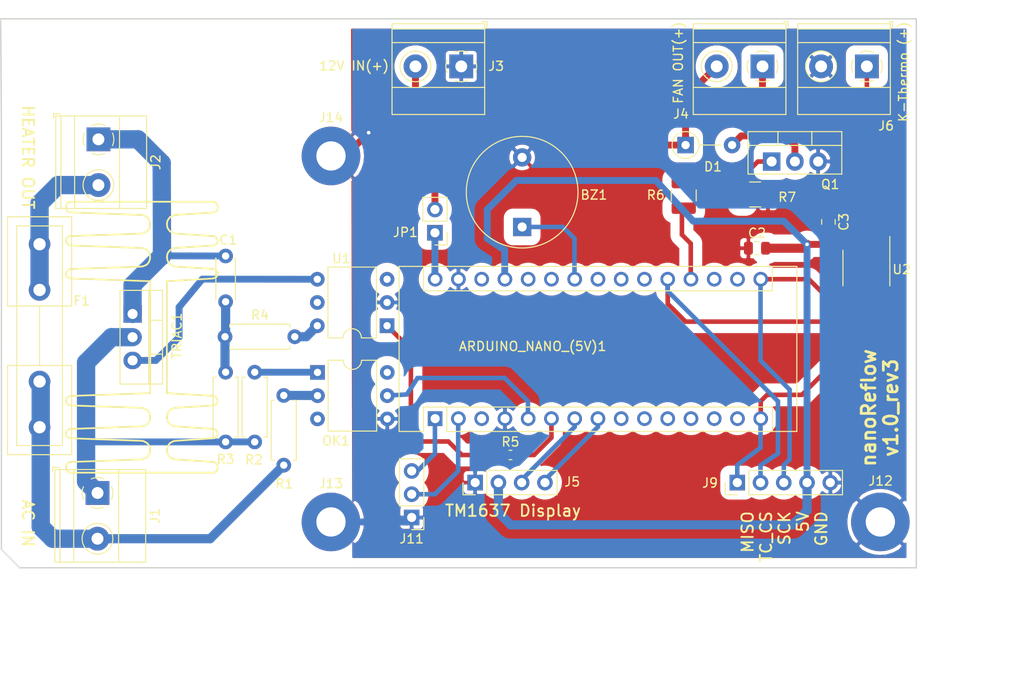
<source format=kicad_pcb>
(kicad_pcb (version 20171130) (host pcbnew "(5.1.8-0-10_14)")
  (title_block (title "Nano Reflow Controller") (date 2017-07-09) (rev 1.0) (company "David Sanz Kirbis"))
  (layers (0 F.Cu signal) (31 B.Cu signal) (34 B.Paste user) (35 F.Paste user) (36 B.SilkS user) (37 F.SilkS user) (38 B.Mask user) (39 F.Mask user) (44 Edge.Cuts user))
  (net 0 "")
  (net 1 GND)
  (net 2 /ZEROX)
  (net 3 /MISO)
  (net 4 5V)
  (net 5 12v)
  (net 6 /TC_CS)
  (net 7 /SCK)
  (net 8 /FAN_CTRL)
  (net 9 /FAN_GND)
  (net 10 /VIN)
  (net 11 /MOC_AC2)
  (net 12 /MOC_AC1)
  (net 13 /DIMM_CTRL)
  (net 14 /AC_CAP)
  (net 15 /OC1)
  (net 16 /OC2)
  (net 17 "Net-(R5-Pad1)")
  (net 18 /BUZZER)
  (net 19 AC1_OUT)
  (net 20 AC1_IN)
  (net 21 "Net-(Q1-Pad1)")
  (net 22 AC2_IN)
  (net 23 AC2_OUT)
  (net 24 "Net-(ARDUINO_NANO_(5V)1-Pad2)")
  (net 25 "Net-(ARDUINO_NANO_(5V)1-Pad1)")
  (net 26 /SEGMENT_CLK)
  (net 27 /SEGMENT_DIO)
  (net 28 "Net-(J6-Pad1)")
  (module Package_SO:SO-8_3.9x4.9mm_P1.27mm (layer F.Cu) (at 194.96882 85.23926 270)
    (fp_text reference U2 (at 0.16 -3.85 180) (layer F.SilkS))
    (fp_text value MAX6675)
    (pad 8 smd roundrect (at 2.575 -1.905 270) (size 1.75 0.6) (layers F.Cu F.Paste F.Mask))
    (pad 7 smd roundrect (at 2.575 -0.635 270) (size 1.75 0.6) (layers F.Cu F.Paste F.Mask) (net 3 /MISO))
    (pad 6 smd roundrect (at 2.575 0.635 270) (size 1.75 0.6) (layers F.Cu F.Paste F.Mask) (net 6 /TC_CS))
    (pad 5 smd roundrect (at 2.575 1.905 270) (size 1.75 0.6) (layers F.Cu F.Paste F.Mask) (net 7 /SCK))
    (pad 4 smd roundrect (at -2.575 1.905 270) (size 1.75 0.6) (layers F.Cu F.Paste F.Mask) (net 4 5V))
    (pad 3 smd roundrect (at -2.575 0.635 270) (size 1.75 0.6) (layers F.Cu F.Paste F.Mask) (net 28 "Net-(J6-Pad1)"))
    (pad 2 smd roundrect (at -2.575 -0.635 270) (size 1.75 0.6) (layers F.Cu F.Paste F.Mask) (net 1 GND))
    (pad 1 smd roundrect (at -2.575 -1.905 270) (size 1.75 0.6) (layers F.Cu F.Paste F.Mask) (net 1 GND))
  )
  (module TerminalBlock_Phoenix:TerminalBlock_Phoenix_MKDS-1,5-2_1x02_P5.00mm_Horizontal (layer F.Cu) (at 195.01882 63.19926 180)
    (fp_text reference J6 (at -2.1 -6.5) (layer F.SilkS))
    (fp_text value K-thermocouple)
    (pad 2 thru_hole circle (at 5 0 180) (size 2.6 2.6) (drill 1.3) (layers *.Cu *.Mask) (net 1 GND))
    (pad 1 thru_hole rect (at 0 0 180) (size 2.6 2.6) (drill 1.3) (layers *.Cu *.Mask) (net 28 "Net-(J6-Pad1)"))
  )
  (module Capacitor_SMD:C_0805_2012Metric (layer F.Cu) (at 190.81882 80.19926 270)
    (fp_text reference C3 (at 0 -1.68 90) (layer F.SilkS))
    (fp_text value 100n)
    (pad 2 smd roundrect (at 0.95 0 270) (size 1 1.45) (layers F.Cu F.Paste F.Mask) (net 4 5V))
    (pad 1 smd roundrect (at -0.95 0 270) (size 1 1.45) (layers F.Cu F.Paste F.Mask) (net 1 GND))
  )
  (module Connector_PinHeader_2.54mm:PinHeader_1x04_P2.54mm_Vertical (layer F.Cu) (at 152.23882 108.69 90)
    (fp_text reference J5 (at 0.08074 10.6 180) (layer F.SilkS))
    (fp_text value CONN_01X04)
    (pad 4 thru_hole oval (at 0 7.62 90) (size 1.7 1.7) (drill 1) (layers *.Cu *.Mask) (net 26 /SEGMENT_CLK))
    (pad 3 thru_hole oval (at 0 5.08 90) (size 1.7 1.7) (drill 1) (layers *.Cu *.Mask) (net 27 /SEGMENT_DIO))
    (pad 2 thru_hole oval (at 0 2.54 90) (size 1.7 1.7) (drill 1) (layers *.Cu *.Mask) (net 4 5V))
    (pad 1 thru_hole rect (at 0 0 90) (size 1.7 1.7) (drill 1) (layers *.Cu *.Mask) (net 1 GND))
  )
  (module local_libraries:TO_220_heatsink (layer F.Cu) (at 116.72882 92.79926 90)
    (fp_text reference KK1 hide)
    (fp_text value "TRIAC HEATSINK" hide)
  )
  (module TerminalBlock_Phoenix:TerminalBlock_Phoenix_MKDS-1,5-2_1x02_P5.00mm_Horizontal (layer F.Cu) (at 183.61882 63.19926 180)
    (fp_text reference J4 (at 8.9 -5.2) (layer F.SilkS))
    (fp_text value "12V FAN")
    (pad 2 thru_hole circle (at 5 0 180) (size 2.6 2.6) (drill 1.3) (layers *.Cu *.Mask) (net 5 12v))
    (pad 1 thru_hole rect (at 0 0 180) (size 2.6 2.6) (drill 1.3) (layers *.Cu *.Mask) (net 9 /FAN_GND))
  )
  (module Module:Arduino_Nano (layer F.Cu) (at 147.86882 101.69926 90)
    (fp_text reference "ARDUINO_NANO_(5V)1" (at 7.9 10.65 180) (layer F.SilkS))
    (fp_text value arduino_nano_header)
    (pad 16 thru_hole oval (at 15.24 35.56 90) (size 1.6 1.6) (drill 1) (layers *.Cu *.Mask) (net 7 /SCK))
    (pad 15 thru_hole oval (at 0 35.56 90) (size 1.6 1.6) (drill 1) (layers *.Cu *.Mask) (net 3 /MISO))
    (pad 30 thru_hole oval (at 15.24 0 90) (size 1.6 1.6) (drill 1) (layers *.Cu *.Mask) (net 10 /VIN))
    (pad 14 thru_hole oval (at 0 33.02 90) (size 1.6 1.6) (drill 1) (layers *.Cu *.Mask))
    (pad 29 thru_hole oval (at 15.24 2.54 90) (size 1.6 1.6) (drill 1) (layers *.Cu *.Mask) (net 1 GND))
    (pad 13 thru_hole oval (at 0 30.48 90) (size 1.6 1.6) (drill 1) (layers *.Cu *.Mask))
    (pad 28 thru_hole oval (at 15.24 5.08 90) (size 1.6 1.6) (drill 1) (layers *.Cu *.Mask))
    (pad 12 thru_hole oval (at 0 27.94 90) (size 1.6 1.6) (drill 1) (layers *.Cu *.Mask))
    (pad 27 thru_hole oval (at 15.24 7.62 90) (size 1.6 1.6) (drill 1) (layers *.Cu *.Mask) (net 4 5V))
    (pad 11 thru_hole oval (at 0 25.4 90) (size 1.6 1.6) (drill 1) (layers *.Cu *.Mask))
    (pad 26 thru_hole oval (at 15.24 10.16 90) (size 1.6 1.6) (drill 1) (layers *.Cu *.Mask))
    (pad 10 thru_hole oval (at 0 22.86 90) (size 1.6 1.6) (drill 1) (layers *.Cu *.Mask))
    (pad 25 thru_hole oval (at 15.24 12.7 90) (size 1.6 1.6) (drill 1) (layers *.Cu *.Mask))
    (pad 9 thru_hole oval (at 0 20.32 90) (size 1.6 1.6) (drill 1) (layers *.Cu *.Mask))
    (pad 24 thru_hole oval (at 15.24 15.24 90) (size 1.6 1.6) (drill 1) (layers *.Cu *.Mask) (net 18 /BUZZER))
    (pad 8 thru_hole oval (at 0 17.78 90) (size 1.6 1.6) (drill 1) (layers *.Cu *.Mask) (net 26 /SEGMENT_CLK))
    (pad 23 thru_hole oval (at 15.24 17.78 90) (size 1.6 1.6) (drill 1) (layers *.Cu *.Mask))
    (pad 7 thru_hole oval (at 0 15.24 90) (size 1.6 1.6) (drill 1) (layers *.Cu *.Mask) (net 27 /SEGMENT_DIO))
    (pad 22 thru_hole oval (at 15.24 20.32 90) (size 1.6 1.6) (drill 1) (layers *.Cu *.Mask))
    (pad 6 thru_hole oval (at 0 12.7 90) (size 1.6 1.6) (drill 1) (layers *.Cu *.Mask) (net 13 /DIMM_CTRL))
    (pad 21 thru_hole oval (at 15.24 22.86 90) (size 1.6 1.6) (drill 1) (layers *.Cu *.Mask))
    (pad 5 thru_hole oval (at 0 10.16 90) (size 1.6 1.6) (drill 1) (layers *.Cu *.Mask) (net 2 /ZEROX))
    (pad 20 thru_hole oval (at 15.24 25.4 90) (size 1.6 1.6) (drill 1) (layers *.Cu *.Mask) (net 6 /TC_CS))
    (pad 4 thru_hole oval (at 0 7.62 90) (size 1.6 1.6) (drill 1) (layers *.Cu *.Mask) (net 1 GND))
    (pad 19 thru_hole oval (at 15.24 27.94 90) (size 1.6 1.6) (drill 1) (layers *.Cu *.Mask) (net 8 /FAN_CTRL))
    (pad 3 thru_hole oval (at 0 5.08 90) (size 1.6 1.6) (drill 1) (layers *.Cu *.Mask))
    (pad 18 thru_hole oval (at 15.24 30.48 90) (size 1.6 1.6) (drill 1) (layers *.Cu *.Mask))
    (pad 2 thru_hole oval (at 0 2.54 90) (size 1.6 1.6) (drill 1) (layers *.Cu *.Mask) (net 24 "Net-(ARDUINO_NANO_(5V)1-Pad2)"))
    (pad 17 thru_hole oval (at 15.24 33.02 90) (size 1.6 1.6) (drill 1) (layers *.Cu *.Mask))
    (pad 1 thru_hole rect (at 0 0 90) (size 1.6 1.6) (drill 1) (layers *.Cu *.Mask) (net 25 "Net-(ARDUINO_NANO_(5V)1-Pad1)"))
  )
  (module Diode_THT:D_A-405_P5.08mm_Vertical_AnodeUp (layer F.Cu) (at 175.21882 71.79926)
    (fp_text reference D1 (at 2.99 2.37) (layer F.SilkS))
    (fp_text value 1N4007)
    (pad 2 thru_hole oval (at 5.08 0) (size 1.8 1.8) (drill 0.9) (layers *.Cu *.Mask) (net 9 /FAN_GND))
    (pad 1 thru_hole rect (at 0 0) (size 1.8 1.8) (drill 0.9) (layers *.Cu *.Mask) (net 5 12v))
  )
  (module Capacitor_THT:C_Disc_D4.3mm_W1.9mm_P5.00mm (layer F.Cu) (at 124.985 83.925 270)
    (fp_text reference C1 (at -1.75574 -0.28382 180) (layer F.SilkS))
    (fp_text value 10n)
    (pad 2 thru_hole circle (at 5 0 270) (size 1.6 1.6) (drill 0.8) (layers *.Cu *.Mask) (net 14 /AC_CAP))
    (pad 1 thru_hole circle (at 0 0 270) (size 1.6 1.6) (drill 0.8) (layers *.Cu *.Mask) (net 19 AC1_OUT))
  )
  (module Resistor_THT:R_Axial_DIN0207_L6.3mm_D2.5mm_P7.62mm_Horizontal (layer F.Cu) (at 124.91882 92.74926)
    (fp_text reference R4 (at 3.81 -2.37) (layer F.SilkS))
    (fp_text value 180R)
    (pad 2 thru_hole oval (at 7.62 0) (size 1.6 1.6) (drill 0.8) (layers *.Cu *.Mask) (net 12 /MOC_AC1))
    (pad 1 thru_hole circle (at 0 0) (size 1.6 1.6) (drill 0.8) (layers *.Cu *.Mask) (net 14 /AC_CAP))
  )
  (module Resistor_THT:R_Axial_DIN0207_L6.3mm_D2.5mm_P7.62mm_Horizontal (layer F.Cu) (at 124.985 96.625 270)
    (fp_text reference R3 (at 9.52426 0.00618 180) (layer F.SilkS))
    (fp_text value 2.4k)
    (pad 2 thru_hole oval (at 7.62 0 270) (size 1.6 1.6) (drill 0.8) (layers *.Cu *.Mask) (net 20 AC1_IN))
    (pad 1 thru_hole circle (at 0 0 270) (size 1.6 1.6) (drill 0.8) (layers *.Cu *.Mask) (net 14 /AC_CAP))
  )
  (module Package_DIP:DIP-6_W7.62mm (layer F.Cu) (at 142.61882 91.545 180)
    (fp_text reference U1 (at 4.99618 7.34574) (layer F.SilkS))
    (fp_text value MOC3020M)
    (pad 6 thru_hole oval (at 7.62 0 180) (size 1.6 1.6) (drill 0.8) (layers *.Cu *.Mask) (net 12 /MOC_AC1))
    (pad 3 thru_hole oval (at 0 5.08 180) (size 1.6 1.6) (drill 0.8) (layers *.Cu *.Mask))
    (pad 5 thru_hole oval (at 7.62 2.54 180) (size 1.6 1.6) (drill 0.8) (layers *.Cu *.Mask))
    (pad 2 thru_hole oval (at 0 2.54 180) (size 1.6 1.6) (drill 0.8) (layers *.Cu *.Mask) (net 1 GND))
    (pad 4 thru_hole oval (at 7.62 5.08 180) (size 1.6 1.6) (drill 0.8) (layers *.Cu *.Mask) (net 11 /MOC_AC2))
    (pad 1 thru_hole rect (at 0 0 180) (size 1.6 1.6) (drill 0.8) (layers *.Cu *.Mask) (net 17 "Net-(R5-Pad1)"))
  )
  (module Package_DIP:DIP-6_W7.62mm (layer F.Cu) (at 135.01882 96.64926)
    (fp_text reference OK1 (at 2.02382 7.47426) (layer F.SilkS))
    (fp_text value H11AA1)
    (pad 6 thru_hole oval (at 7.62 0) (size 1.6 1.6) (drill 0.8) (layers *.Cu *.Mask))
    (pad 3 thru_hole oval (at 0 5.08) (size 1.6 1.6) (drill 0.8) (layers *.Cu *.Mask))
    (pad 5 thru_hole oval (at 7.62 2.54) (size 1.6 1.6) (drill 0.8) (layers *.Cu *.Mask) (net 2 /ZEROX))
    (pad 2 thru_hole oval (at 0 2.54) (size 1.6 1.6) (drill 0.8) (layers *.Cu *.Mask) (net 16 /OC2))
    (pad 4 thru_hole oval (at 7.62 5.08) (size 1.6 1.6) (drill 0.8) (layers *.Cu *.Mask) (net 1 GND))
    (pad 1 thru_hole rect (at 0 0) (size 1.6 1.6) (drill 0.8) (layers *.Cu *.Mask) (net 15 /OC1))
  )
  (module Package_TO_SOT_THT:TO-220-3_Vertical (layer F.Cu) (at 114.82382 90.25926 270)
    (fp_text reference TRIAC1 (at 2.39 -4.845 90) (layer F.SilkS))
    (fp_text value BT137)
    (pad 3 thru_hole oval (at 5.08 0 270) (size 1.905 2) (drill 1.1) (layers *.Cu *.Mask) (net 11 /MOC_AC2))
    (pad 2 thru_hole oval (at 2.54 0 270) (size 1.905 2) (drill 1.1) (layers *.Cu *.Mask) (net 20 AC1_IN))
    (pad 1 thru_hole rect (at 0 0 270) (size 1.905 2) (drill 1.1) (layers *.Cu *.Mask) (net 19 AC1_OUT))
  )
  (module Resistor_SMD:R_0603_1608Metric (layer F.Cu) (at 156.09382 105.67426)
    (fp_text reference R5 (at 0 -1.43) (layer F.SilkS))
    (fp_text value 1k)
    (pad 2 smd roundrect (at 0.7875 0) (size 0.875 0.95) (layers F.Cu F.Paste F.Mask) (net 13 /DIMM_CTRL))
    (pad 1 smd roundrect (at -0.7875 0) (size 0.875 0.95) (layers F.Cu F.Paste F.Mask) (net 17 "Net-(R5-Pad1)"))
  )
  (module MountingHole:MountingHole_3.2mm_M3_Pad (layer F.Cu) (at 136.49314 72.99098)
    (fp_text reference J14 (at 0 -4.2) (layer F.SilkS))
    (fp_text value MOUNTING_HOLE)
    (pad 1 thru_hole circle (at 0 0) (size 6.4 6.4) (drill 3.2) (layers *.Cu *.Mask) (net 1 GND))
  )
  (module MountingHole:MountingHole_3.2mm_M3_Pad (layer F.Cu) (at 136.49314 112.99098)
    (fp_text reference J13 (at 0 -4.2) (layer F.SilkS))
    (fp_text value MOUNTING_HOLE)
    (pad 1 thru_hole circle (at 0 0) (size 6.4 6.4) (drill 3.2) (layers *.Cu *.Mask) (net 1 GND))
  )
  (module MountingHole:MountingHole_3.2mm_M3_Pad (layer F.Cu) (at 196.49314 112.99098)
    (fp_text reference J12 (at 0.02568 -4.48172) (layer F.SilkS))
    (fp_text value MOUNTING_HOLE)
    (pad 1 thru_hole circle (at 0 0) (size 6.4 6.4) (drill 3.2) (layers *.Cu *.Mask) (net 1 GND))
  )
  (module Package_TO_SOT_THT:TO-220-3_Vertical (layer F.Cu) (at 184.61882 73.59926)
    (fp_text reference Q1 (at 6.4 2.5) (layer F.SilkS))
    (fp_text value IRF540N)
    (pad 3 thru_hole oval (at 5.08 0) (size 1.905 2) (drill 1.1) (layers *.Cu *.Mask) (net 1 GND))
    (pad 2 thru_hole oval (at 2.54 0) (size 1.905 2) (drill 1.1) (layers *.Cu *.Mask) (net 9 /FAN_GND))
    (pad 1 thru_hole rect (at 0 0) (size 1.905 2) (drill 1.1) (layers *.Cu *.Mask) (net 21 "Net-(Q1-Pad1)"))
  )
  (module Resistor_THT:R_Axial_DIN0207_L6.3mm_D2.5mm_P7.62mm_Horizontal (layer F.Cu) (at 128.16 104.245 90)
    (fp_text reference R2 (at -1.94426 -0.07118 180) (layer F.SilkS))
    (fp_text value "47k 0.6w")
    (pad 2 thru_hole oval (at 7.62 0 90) (size 1.6 1.6) (drill 0.8) (layers *.Cu *.Mask) (net 15 /OC1))
    (pad 1 thru_hole circle (at 0 0 90) (size 1.6 1.6) (drill 0.8) (layers *.Cu *.Mask) (net 20 AC1_IN))
  )
  (module Resistor_THT:R_Axial_DIN0207_L6.3mm_D2.5mm_P7.62mm_Horizontal (layer F.Cu) (at 131.335 106.785 90)
    (fp_text reference R1 (at -2.03426 0.05382 180) (layer F.SilkS))
    (fp_text value "47k 0.6w")
    (pad 2 thru_hole oval (at 7.62 0 90) (size 1.6 1.6) (drill 0.8) (layers *.Cu *.Mask) (net 16 /OC2))
    (pad 1 thru_hole circle (at 0 0 90) (size 1.6 1.6) (drill 0.8) (layers *.Cu *.Mask) (net 22 AC2_IN))
  )
  (module Buzzer_Beeper:Buzzer_12x9.5RM7.6 (layer F.Cu) (at 157.37 80.75 90)
    (fp_text reference BZ1 (at 3.50074 7.83882 180) (layer F.SilkS))
    (fp_text value "Buzzer with generator")
    (pad 2 thru_hole circle (at 7.6 0 90) (size 2 2) (drill 1) (layers *.Cu *.Mask) (net 1 GND))
    (pad 1 thru_hole rect (at 0 0 90) (size 2 2) (drill 1) (layers *.Cu *.Mask) (net 18 /BUZZER))
  )
  (module Capacitor_SMD:C_0805_2012Metric (layer F.Cu) (at 183.01882 83.07426)
    (fp_text reference C2 (at 0 -1.65) (layer F.SilkS))
    (fp_text value 100n)
    (pad 2 smd roundrect (at 0.9375 0) (size 0.975 1.4) (layers F.Cu F.Paste F.Mask) (net 4 5V))
    (pad 1 smd roundrect (at -0.9375 0) (size 0.975 1.4) (layers F.Cu F.Paste F.Mask) (net 1 GND))
  )
  (module Resistor_SMD:R_1210_3225Metric (layer F.Cu) (at 175.01882 77.29926 90)
    (fp_text reference R6 (at 0.03 -3.06 180) (layer F.SilkS))
    (fp_text value 4K7)
    (pad 2 smd roundrect (at 1.4 0 90) (size 1.25 2.65) (layers F.Cu F.Paste F.Mask) (roundrect_rratio 0.2) (net 21 "Net-(Q1-Pad1)"))
    (pad 1 smd roundrect (at -1.4 0 90) (size 1.25 2.65) (layers F.Cu F.Paste F.Mask) (roundrect_rratio 0.2) (net 8 /FAN_CTRL))
  )
  (module Resistor_SMD:R_1210_3225Metric (layer F.Cu) (at 182.81882 77.19926 180)
    (fp_text reference R7 (at -3.5 -0.3) (layer F.SilkS))
    (fp_text value 100K)
    (pad 2 smd roundrect (at 1.4 0 180) (size 1.25 2.65) (layers F.Cu F.Paste F.Mask) (roundrect_rratio 0.2) (net 21 "Net-(Q1-Pad1)"))
    (pad 1 smd roundrect (at -1.4 0 180) (size 1.25 2.65) (layers F.Cu F.Paste F.Mask) (roundrect_rratio 0.2) (net 1 GND))
  )
  (module Connector_PinHeader_2.54mm:PinHeader_1x05_P2.54mm_Vertical (layer F.Cu) (at 180.865 108.69 90)
    (fp_text reference J9 (at -0.03926 -2.97618 180) (layer F.SilkS))
    (fp_text value MAX6675)
    (pad 5 thru_hole oval (at 0 10.16 90) (size 1.7 1.7) (drill 1) (layers *.Cu *.Mask) (net 1 GND))
    (pad 4 thru_hole oval (at 0 7.62 90) (size 1.7 1.7) (drill 1) (layers *.Cu *.Mask) (net 4 5V))
    (pad 3 thru_hole oval (at 0 5.08 90) (size 1.7 1.7) (drill 1) (layers *.Cu *.Mask) (net 7 /SCK))
    (pad 2 thru_hole oval (at 0 2.54 90) (size 1.7 1.7) (drill 1) (layers *.Cu *.Mask) (net 6 /TC_CS))
    (pad 1 thru_hole rect (at 0 0 90) (size 1.7 1.7) (drill 1) (layers *.Cu *.Mask) (net 3 /MISO))
  )
  (module TerminalBlock_Phoenix:TerminalBlock_Phoenix_MKDS-1,5-2_1x02_P5.00mm_Horizontal (layer F.Cu) (at 110.99382 109.82426 270)
    (fp_text reference J1 (at 2.5 -6.26 90) (layer F.SilkS))
    (fp_text value "AC IN 220v")
    (pad 2 thru_hole circle (at 5 0 270) (size 2.6 2.6) (drill 1.3) (layers *.Cu *.Mask) (net 22 AC2_IN))
    (pad 1 thru_hole rect (at 0 0 270) (size 2.6 2.6) (drill 1.3) (layers *.Cu *.Mask) (net 20 AC1_IN))
  )
  (module TerminalBlock_Phoenix:TerminalBlock_Phoenix_MKDS-1,5-2_1x02_P5.00mm_Horizontal (layer F.Cu) (at 111.09382 71.17426 270)
    (fp_text reference J2 (at 2.5 -6.26 90) (layer F.SilkS))
    (fp_text value HEATER)
    (pad 2 thru_hole circle (at 5 0 270) (size 2.6 2.6) (drill 1.3) (layers *.Cu *.Mask) (net 23 AC2_OUT))
    (pad 1 thru_hole rect (at 0 0 270) (size 2.6 2.6) (drill 1.3) (layers *.Cu *.Mask) (net 19 AC1_OUT))
  )
  (module TerminalBlock_Phoenix:TerminalBlock_Phoenix_MKDS-1,5-2_1x02_P5.00mm_Horizontal (layer F.Cu) (at 150.71882 63.19926 180)
    (fp_text reference J3 (at -3.81 0.02) (layer F.SilkS))
    (fp_text value "DC IN 12V")
    (pad 2 thru_hole circle (at 5 0 180) (size 2.6 2.6) (drill 1.3) (layers *.Cu *.Mask) (net 5 12v))
    (pad 1 thru_hole rect (at 0 0 180) (size 2.6 2.6) (drill 1.3) (layers *.Cu *.Mask) (net 1 GND))
  )
  (module Pin_Headers:Pin_Header_Straight_1x02_Pitch2.54mm (layer F.Cu) (at 147.845 81.385 180)
    (fp_text reference JP1 (at 3.22618 0.04574 180) (layer F.SilkS))
    (fp_text value "VIN enabler")
    (pad 1 thru_hole rect (at 0 0 180) (size 1.7 1.7) (drill 1) (layers *.Cu *.Mask) (net 10 /VIN))
    (pad 2 thru_hole oval (at 0 2.54 180) (size 1.7 1.7) (drill 1) (layers *.Cu *.Mask) (net 5 12v))
  )
  (module Pin_Headers:Pin_Header_Straight_1x03_Pitch2.54mm (layer F.Cu) (at 145.305 112.5 180)
    (fp_text reference J11 (at 0 -2.33 180) (layer F.SilkS))
    (fp_text value CONN_01X03)
    (pad 1 thru_hole rect (at 0 0 180) (size 1.7 1.7) (drill 1) (layers *.Cu *.Mask) (net 1 GND))
    (pad 2 thru_hole oval (at 0 2.54 180) (size 1.7 1.7) (drill 1) (layers *.Cu *.Mask) (net 24 "Net-(ARDUINO_NANO_(5V)1-Pad2)"))
    (pad 3 thru_hole oval (at 0 5.08 180) (size 1.7 1.7) (drill 1) (layers *.Cu *.Mask) (net 25 "Net-(ARDUINO_NANO_(5V)1-Pad1)"))
  )
  (module Fuse_Holders_and_Fuses:Fuseholder5x20_horiz_open_inline_Type-I (layer F.Cu) (at 104.66382 82.63926 270)
    (fp_text reference F1 (at 6.19 -4.595 180) (layer F.SilkS))
    (fp_text value Fuse)
    (pad 2 thru_hole circle (at 15 0 270) (size 2.35 2.35) (drill 1.35) (layers *.Cu *.Mask) (net 22 AC2_IN))
    (pad 2 thru_hole circle (at 20 0 270) (size 2.35 2.35) (drill 1.35) (layers *.Cu *.Mask) (net 22 AC2_IN))
    (pad 1 thru_hole circle (at 5 0 270) (size 2.35 2.35) (drill 1.35) (layers *.Cu *.Mask) (net 23 AC2_OUT))
    (pad 1 thru_hole circle (at 0 0 270) (size 2.35 2.35) (drill 1.35) (layers *.Cu *.Mask) (net 23 AC2_OUT))
  )
  (gr_text "MISO\nTC_CS\nSCK\n5V\nGND" (at 186.01882 111.69926 90) (layer F.SilkS) (effects (font (size 1.25 1.25) (thickness 0.2)) (justify right)))
  (gr_text "K-Thermo (+)" (at 199.01882 63.79926 90) (layer F.SilkS) (effects (font (size 1 1))))
  (gr_text "TM1637 Display" (at 156.36882 111.75926) (layer F.SilkS) (effects (font (size 1.25 1.25) (thickness 0.2))))
  (gr_text "12V IN(+)" (at 139.00882 63.13926) (layer F.SilkS) (effects (font (size 1 1))))
  (gr_text "FAN OUT(+)" (at 174.41882 62.79926 90) (layer F.SilkS) (effects (font (size 1 1))))
  (gr_line (start 100.41882 57.99926) (end 100.5 70) (layer Edge.Cuts) (width 0.15))
  (gr_line (start 200.41882 57.99926) (end 100.41882 57.99926) (layer Edge.Cuts) (width 0.15))
  (gr_line (start 200.41882 117.99926) (end 200.41882 57.99926) (layer Edge.Cuts) (width 0.15))
  (gr_line (start 198.5 118) (end 200.41882 117.99926) (layer Edge.Cuts) (width 0.15))
  (gr_text "HEATER OUT" (at 103.395 73.13 270) (layer F.SilkS) (effects (font (size 1.25 1.25) (thickness 0.2))))
  (gr_text "AC IN" (at 103.395 113.135 270) (layer F.SilkS) (effects (font (size 1.25 1.25) (thickness 0.2))))
  (gr_line (start 198.5 118) (end 102.5 118) (angle 90) (layer Edge.Cuts) (width 0.15))
  (gr_text "nanoReflow\nv1.0_rev3" (at 196.42882 100.51926 90) (layer F.SilkS) (effects (font (size 1.5 1.5) (thickness 0.3))))
  (gr_line (start 100.5 116) (end 102.5 118) (angle 90) (layer Edge.Cuts) (width 0.15))
  (gr_line (start 100.5 70) (end 100.5 116) (angle 90) (layer Edge.Cuts) (width 0.15))
  (via (at 140.60482 70.44726) (size 0.6) (drill 0.4) (layers F.Cu B.Cu) (net 1))
  (segment (start 138.0611 72.99098) (end 140.60482 70.44726) (width 0.75) (layer F.Cu) (net 1))
  (segment (start 136.49314 72.99098) (end 138.0611 72.99098) (width 0.75) (layer F.Cu) (net 1))
  (segment (start 144.81402 112.99098) (end 145.305 112.5) (width 0.75) (layer B.Cu) (net 1))
  (segment (start 136.49314 112.99098) (end 144.81402 112.99098) (width 0.75) (layer B.Cu) (net 1))
  (segment (start 195.60382 82.66426) (end 195.60382 81.01426) (width 0.3) (layer F.Cu) (net 1))
  (segment (start 195.60382 81.01426) (end 195.91882 80.69926) (width 0.3) (layer F.Cu) (net 1))
  (segment (start 195.91882 80.69926) (end 196.61882 80.69926) (width 0.3) (layer F.Cu) (net 1))
  (segment (start 196.87382 80.95426) (end 196.87382 82.66426) (width 0.3) (layer F.Cu) (net 1))
  (segment (start 196.61882 80.69926) (end 196.87382 80.95426) (width 0.3) (layer F.Cu) (net 1))
  (segment (start 158.005 99.8) (end 158.005 101.705) (width 0.5) (layer B.Cu) (net 2))
  (segment (start 142.765 99.165) (end 144.78 99.06) (width 0.5) (layer B.Cu) (net 2))
  (segment (start 144.78 99.06) (end 145.94 97.26) (width 0.5) (layer B.Cu) (net 2))
  (segment (start 145.94 97.26) (end 155.465 97.26) (width 0.5) (layer B.Cu) (net 2))
  (segment (start 155.465 97.26) (end 158.005 99.8) (width 0.5) (layer B.Cu) (net 2))
  (segment (start 183.405 104.88) (end 180.865 106.785) (width 0.5) (layer B.Cu) (net 3))
  (segment (start 180.865 106.785) (end 180.865 108.69) (width 0.5) (layer B.Cu) (net 3))
  (segment (start 183.405 101.705) (end 183.405 104.88) (width 0.5) (layer B.Cu) (net 3))
  (segment (start 195.60382 87.81426) (end 195.60382 91.41426) (width 0.5) (layer F.Cu) (net 3))
  (segment (start 195.60382 91.41426) (end 187.91882 99.09926) (width 0.5) (layer F.Cu) (net 3))
  (segment (start 187.91882 99.09926) (end 184.11882 99.09926) (width 0.5) (layer F.Cu) (net 3))
  (segment (start 183.42882 99.78926) (end 183.42882 101.69926) (width 0.5) (layer F.Cu) (net 3))
  (segment (start 184.11882 99.09926) (end 183.42882 99.78926) (width 0.5) (layer F.Cu) (net 3))
  (segment (start 155.465 86.465) (end 155.465 83.29) (width 0.75) (layer B.Cu) (net 4))
  (segment (start 155.465 83.29) (end 153.56 82.02) (width 0.75) (layer B.Cu) (net 4))
  (segment (start 153.56 82.02) (end 153.56 78.845) (width 0.75) (layer B.Cu) (net 4))
  (segment (start 153.56 78.845) (end 156.735 75.67) (width 0.75) (layer B.Cu) (net 4))
  (segment (start 176.049584 80.115) (end 171.975 75.67) (width 0.75) (layer B.Cu) (net 4))
  (segment (start 176.049584 80.115) (end 185.945 80.115) (width 0.75) (layer B.Cu) (net 4))
  (segment (start 188.485 82.655) (end 185.945 80.115) (width 0.75) (layer B.Cu) (net 4))
  (segment (start 156.735 75.67) (end 171.975 75.67) (width 0.75) (layer B.Cu) (net 4))
  (segment (start 188.485 82.655) (end 188.485 108.69) (width 0.75) (layer B.Cu) (net 4))
  (via (at 188.485 82.655) (size 0.6) (drill 0.4) (layers F.Cu B.Cu) (net 4))
  (segment (start 188.06574 83.07426) (end 188.485 82.655) (width 1) (layer F.Cu) (net 4))
  (segment (start 183.95632 83.07426) (end 188.06574 83.07426) (width 1) (layer F.Cu) (net 4))
  (segment (start 154.77882 108.38926) (end 154.77882 111.95926) (width 1) (layer B.Cu) (net 4))
  (segment (start 154.77882 111.95926) (end 156.12882 113.30926) (width 1) (layer B.Cu) (net 4))
  (segment (start 156.12882 113.30926) (end 186.90882 113.30926) (width 1) (layer B.Cu) (net 4))
  (segment (start 188.485 111.73308) (end 188.485 108.69) (width 1) (layer B.Cu) (net 4))
  (segment (start 186.90882 113.30926) (end 188.485 111.73308) (width 1) (layer B.Cu) (net 4))
  (segment (start 193.05456 82.655) (end 193.06382 82.66426) (width 0.75) (layer F.Cu) (net 4))
  (segment (start 190.81882 82.59926) (end 190.87456 82.655) (width 0.75) (layer F.Cu) (net 4))
  (segment (start 190.81882 81.14926) (end 190.81882 82.59926) (width 0.75) (layer F.Cu) (net 4))
  (segment (start 190.87456 82.655) (end 193.05456 82.655) (width 0.75) (layer F.Cu) (net 4))
  (segment (start 188.485 82.655) (end 190.87456 82.655) (width 0.75) (layer F.Cu) (net 4))
  (segment (start 147.845 78.845) (end 147.845 72.52544) (width 0.75) (layer F.Cu) (net 5))
  (segment (start 147.845 72.52544) (end 145.71882 70.39926) (width 0.75) (layer F.Cu) (net 5))
  (segment (start 175.21882 71.79926) (end 166.11882 71.79926) (width 0.75) (layer F.Cu) (net 5))
  (segment (start 166.11882 71.79926) (end 162.41882 68.09926) (width 0.75) (layer F.Cu) (net 5))
  (segment (start 147.01882 68.09926) (end 145.71882 66.79926) (width 0.75) (layer F.Cu) (net 5))
  (segment (start 162.41882 68.09926) (end 147.01882 68.09926) (width 0.75) (layer F.Cu) (net 5))
  (segment (start 145.71882 70.39926) (end 145.71882 66.79926) (width 0.75) (layer F.Cu) (net 5))
  (segment (start 145.71882 66.79926) (end 145.71882 63.19926) (width 0.75) (layer F.Cu) (net 5))
  (segment (start 175.21882 66.59926) (end 178.61882 63.19926) (width 0.75) (layer F.Cu) (net 5))
  (segment (start 175.21882 71.79926) (end 175.21882 66.59926) (width 0.75) (layer F.Cu) (net 5))
  (segment (start 185.31 99.8) (end 185.31 105.515) (width 0.5) (layer B.Cu) (net 6))
  (segment (start 183.405 106.785) (end 185.31 105.515) (width 0.5) (layer B.Cu) (net 6))
  (segment (start 173.245 87.735) (end 173.245 86.465) (width 0.5) (layer B.Cu) (net 6))
  (segment (start 183.405 108.69) (end 183.405 106.785) (width 0.5) (layer B.Cu) (net 6))
  (segment (start 173.245 87.735) (end 185.31 99.8) (width 0.5) (layer B.Cu) (net 6))
  (segment (start 194.33382 87.81426) (end 194.33382 90.18426) (width 0.5) (layer F.Cu) (net 6))
  (segment (start 194.33382 90.18426) (end 193.41882 91.09926) (width 0.5) (layer F.Cu) (net 6))
  (segment (start 193.41882 91.09926) (end 175.21882 91.09926) (width 0.5) (layer F.Cu) (net 6))
  (segment (start 173.26882 89.14926) (end 173.26882 86.45926) (width 0.5) (layer F.Cu) (net 6))
  (segment (start 175.21882 91.09926) (end 173.26882 89.14926) (width 0.5) (layer F.Cu) (net 6))
  (segment (start 185.945 108.69) (end 185.945 106.785) (width 0.5) (layer B.Cu) (net 7))
  (segment (start 185.945 106.785) (end 186.58 106.15) (width 0.5) (layer B.Cu) (net 7))
  (segment (start 186.58 106.15) (end 186.58 98.53) (width 0.5) (layer B.Cu) (net 7))
  (segment (start 183.405 95.355) (end 183.405 86.465) (width 0.5) (layer B.Cu) (net 7))
  (segment (start 186.58 98.53) (end 183.405 95.355) (width 0.5) (layer B.Cu) (net 7))
  (segment (start 183.42882 86.45926) (end 188.67882 86.45926) (width 0.5) (layer F.Cu) (net 7))
  (segment (start 190.03382 87.81426) (end 193.06382 87.81426) (width 0.5) (layer F.Cu) (net 7))
  (segment (start 188.67882 86.45926) (end 190.03382 87.81426) (width 0.5) (layer F.Cu) (net 7))
  (segment (start 175.785 86.465) (end 175.785 82.56544) (width 0.5) (layer F.Cu) (net 8))
  (segment (start 174.81882 81.59926) (end 174.81882 78.34926) (width 0.5) (layer F.Cu) (net 8))
  (segment (start 175.785 82.56544) (end 174.81882 81.59926) (width 0.5) (layer F.Cu) (net 8))
  (segment (start 187.15882 71.84926) (end 186.10882 70.79926) (width 0.75) (layer F.Cu) (net 9))
  (segment (start 187.15882 73.59926) (end 187.15882 71.84926) (width 0.75) (layer F.Cu) (net 9))
  (segment (start 181.29882 70.79926) (end 180.29882 71.79926) (width 0.75) (layer F.Cu) (net 9))
  (segment (start 186.10882 70.79926) (end 182.51882 70.79926) (width 0.75) (layer F.Cu) (net 9))
  (segment (start 183.61882 69.69926) (end 182.51882 70.79926) (width 0.75) (layer F.Cu) (net 9))
  (segment (start 183.61882 63.19926) (end 183.61882 69.69926) (width 0.75) (layer F.Cu) (net 9))
  (segment (start 182.51882 70.79926) (end 181.29882 70.79926) (width 0.75) (layer F.Cu) (net 9))
  (segment (start 147.845 86.465) (end 147.845 81.385) (width 0.75) (layer B.Cu) (net 10))
  (segment (start 135.145 86.465) (end 122.443199 86.450009) (width 0.75) (layer B.Cu) (net 11))
  (segment (start 122.443199 86.450009) (end 119.90382 89.511689) (width 0.75) (layer B.Cu) (net 11))
  (segment (start 119.90382 89.511689) (end 119.90382 92.79926) (width 0.75) (layer B.Cu) (net 11))
  (segment (start 119.90382 92.79926) (end 117.36382 95.33926) (width 0.75) (layer B.Cu) (net 11))
  (segment (start 117.36382 95.33926) (end 114.82382 95.33926) (width 0.75) (layer B.Cu) (net 11))
  (segment (start 133.79456 92.74926) (end 134.99882 91.545) (width 1) (layer B.Cu) (net 12))
  (segment (start 132.53882 92.74926) (end 133.79456 92.74926) (width 1) (layer B.Cu) (net 12))
  (segment (start 156.88132 105.67426) (end 158.66882 105.67426) (width 0.5) (layer F.Cu) (net 13))
  (segment (start 160.56882 103.77426) (end 160.56882 101.69926) (width 0.5) (layer F.Cu) (net 13))
  (segment (start 158.66882 105.67426) (end 160.56882 103.77426) (width 0.5) (layer F.Cu) (net 13))
  (segment (start 124.985 92.48308) (end 124.71882 92.74926) (width 1) (layer F.Cu) (net 14))
  (segment (start 124.985 93.01544) (end 124.71882 92.74926) (width 1) (layer F.Cu) (net 14))
  (segment (start 124.985 92.68308) (end 124.91882 92.74926) (width 1) (layer B.Cu) (net 14))
  (segment (start 124.985 88.925) (end 124.985 92.68308) (width 1) (layer B.Cu) (net 14))
  (segment (start 124.91882 96.55882) (end 124.985 96.625) (width 1) (layer B.Cu) (net 14))
  (segment (start 124.91882 92.74926) (end 124.91882 96.55882) (width 1) (layer B.Cu) (net 14))
  (segment (start 135.145 96.625) (end 128.795 96.625) (width 0.75) (layer B.Cu) (net 15))
  (segment (start 134.99456 99.165) (end 135.01882 99.18926) (width 1) (layer B.Cu) (net 16))
  (segment (start 131.335 99.165) (end 134.99456 99.165) (width 1) (layer B.Cu) (net 16))
  (segment (start 145.21882 94.145) (end 142.61882 91.545) (width 0.5) (layer F.Cu) (net 17))
  (segment (start 145.21882 103.24926) (end 145.21882 94.145) (width 0.5) (layer F.Cu) (net 17))
  (segment (start 149.31882 104.19926) (end 146.16882 104.19926) (width 0.5) (layer F.Cu) (net 17))
  (segment (start 146.16882 104.19926) (end 145.21882 103.24926) (width 0.5) (layer F.Cu) (net 17))
  (segment (start 150.79382 105.67426) (end 149.31882 104.19926) (width 0.5) (layer F.Cu) (net 17))
  (segment (start 155.30632 105.67426) (end 150.79382 105.67426) (width 0.5) (layer F.Cu) (net 17))
  (segment (start 157.37 80.75) (end 161.815 80.75) (width 0.5) (layer B.Cu) (net 18))
  (segment (start 163.085 82.02) (end 161.815 80.75) (width 0.5) (layer B.Cu) (net 18))
  (segment (start 163.085 82.02) (end 163.085 86.465) (width 0.5) (layer B.Cu) (net 18))
  (segment (start 114.82382 87.08426) (end 114.82382 90.25926) (width 2) (layer B.Cu) (net 19))
  (segment (start 117.99882 83.90926) (end 114.82382 87.08426) (width 2) (layer B.Cu) (net 19))
  (segment (start 118.03882 83.90926) (end 117.99882 83.90926) (width 2) (layer B.Cu) (net 19))
  (segment (start 118.03882 83.90926) (end 118.002362 73.767362) (width 2) (layer B.Cu) (net 19))
  (segment (start 118.03882 83.90926) (end 118.03882 83.27426) (width 2) (layer B.Cu) (net 19))
  (segment (start 124.985 83.925) (end 117.99882 83.90926) (width 0.75) (layer B.Cu) (net 19))
  (segment (start 115.40926 71.17426) (end 118.002362 73.767362) (width 2) (layer B.Cu) (net 19))
  (segment (start 111.09382 71.17426) (end 115.40926 71.17426) (width 2) (layer B.Cu) (net 19))
  (segment (start 128.16 104.245) (end 124.985 104.245) (width 0.75) (layer B.Cu) (net 20))
  (segment (start 124.985 104.245) (end 109.745 104.245) (width 0.75) (layer B.Cu) (net 20))
  (segment (start 109.745 108.57544) (end 110.99382 109.82426) (width 2) (layer B.Cu) (net 20))
  (segment (start 109.745 104.245) (end 109.745 108.57544) (width 2) (layer B.Cu) (net 20))
  (segment (start 114.82382 92.79926) (end 112.51882 92.79926) (width 2) (layer B.Cu) (net 20))
  (segment (start 109.745 95.57308) (end 109.745 104.245) (width 2) (layer B.Cu) (net 20))
  (segment (start 112.51882 92.79926) (end 109.745 95.57308) (width 2) (layer B.Cu) (net 20))
  (segment (start 175.01882 75.89926) (end 177.31882 75.89926) (width 0.5) (layer F.Cu) (net 21))
  (segment (start 178.61882 77.19926) (end 181.41882 77.19926) (width 0.5) (layer F.Cu) (net 21))
  (segment (start 177.31882 75.89926) (end 178.61882 77.19926) (width 0.5) (layer F.Cu) (net 21))
  (segment (start 181.41882 77.19926) (end 181.41882 75.29926) (width 0.5) (layer F.Cu) (net 21))
  (segment (start 183.11882 73.59926) (end 184.61882 73.59926) (width 0.5) (layer F.Cu) (net 21))
  (segment (start 181.41882 75.29926) (end 183.11882 73.59926) (width 0.5) (layer F.Cu) (net 21))
  (segment (start 104.792 113.516) (end 104.792 102.32426) (width 2) (layer B.Cu) (net 22))
  (segment (start 104.792 102.32426) (end 104.792 97.99098) (width 2) (layer B.Cu) (net 22))
  (segment (start 106.10026 114.82426) (end 104.792 113.516) (width 2) (layer B.Cu) (net 22))
  (segment (start 110.99382 114.82426) (end 106.10026 114.82426) (width 2) (layer B.Cu) (net 22))
  (segment (start 123.29574 114.82426) (end 131.335 106.785) (width 1) (layer B.Cu) (net 22))
  (segment (start 110.99382 114.82426) (end 123.29574 114.82426) (width 1) (layer B.Cu) (net 22))
  (segment (start 104.66382 87.71926) (end 104.66382 82.63926) (width 2) (layer B.Cu) (net 23))
  (segment (start 104.66382 82.63926) (end 104.66382 78.19426) (width 2) (layer B.Cu) (net 23))
  (segment (start 106.68382 76.17426) (end 104.66382 78.19426) (width 2) (layer B.Cu) (net 23))
  (segment (start 111.09382 76.17426) (end 106.68382 76.17426) (width 2) (layer B.Cu) (net 23))
  (segment (start 150.385 101.705) (end 150.385 107.42) (width 0.5) (layer B.Cu) (net 24))
  (segment (start 150.385 107.42) (end 147.845 109.96) (width 0.5) (layer B.Cu) (net 24))
  (segment (start 147.845 109.96) (end 145.305 109.96) (width 0.5) (layer B.Cu) (net 24))
  (segment (start 147.845 105.515) (end 145.94 107.42) (width 0.5) (layer B.Cu) (net 25))
  (segment (start 147.845 101.705) (end 147.845 105.515) (width 0.5) (layer B.Cu) (net 25))
  (segment (start 165.64882 102.59926) (end 165.64882 101.69926) (width 0.5) (layer B.Cu) (net 26))
  (segment (start 159.85882 108.38926) (end 165.64882 102.59926) (width 0.5) (layer B.Cu) (net 26))
  (segment (start 163.10882 102.59926) (end 163.10882 101.69926) (width 0.5) (layer B.Cu) (net 27))
  (segment (start 157.31882 108.38926) (end 163.10882 102.59926) (width 0.5) (layer B.Cu) (net 27))
  (segment (start 195.01882 63.19926) (end 195.01882 76.89926) (width 0.5) (layer F.Cu) (net 28))
  (segment (start 194.33382 77.58426) (end 194.33382 82.66426) (width 0.5) (layer F.Cu) (net 28))
  (segment (start 195.01882 76.89926) (end 194.33382 77.58426) (width 0.5) (layer F.Cu) (net 28))
  (zone (net 1) (net_name GND) (layer F.Cu) (connect_pads (clearance 1)) (min_thickness 0.2) (fill yes (arc_segments 32) (thermal_gap 0.4) (thermal_bridge_width 0.4))
    (polygon (pts (xy 207.91482 119.72326) (xy 138.82682 119.72326) (xy 138.67482 56.19926) (xy 207.76282 56.19926)))
  )
  (zone (net 1) (net_name GND) (layer B.Cu) (connect_pads (clearance 1)) (min_thickness 0.2) (fill yes (arc_segments 32) (thermal_gap 0.4) (thermal_bridge_width 0.4))
    (polygon (pts (xy 208.41682 56.45326) (xy 208.42282 120.23126) (xy 138.82682 120.23126) (xy 138.82082 55.94526)))
  )
)
</source>
